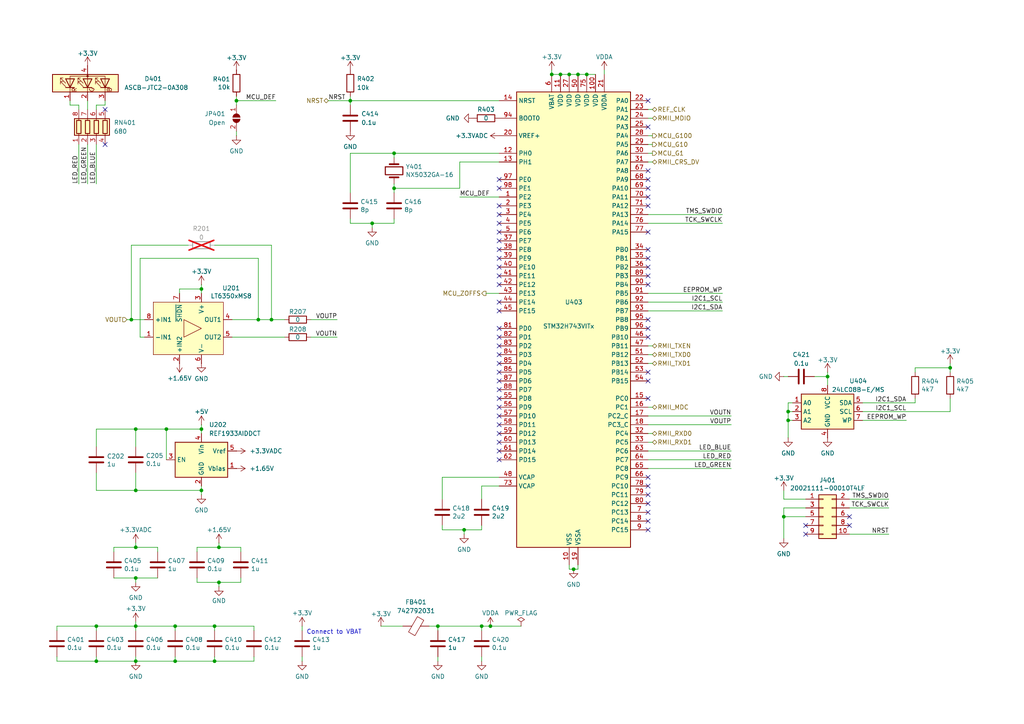
<source format=kicad_sch>
(kicad_sch (version 20231120) (generator "eeschema") (generator_version "8.0")
  (paper "A4")
  (junction (at 74.93 92.71))
  (junction (at 63.5 158.75))
  (junction (at 39.37 181.61))
  (junction (at 50.8 191.77))
  (junction (at 167.64 21.59))
  (junction (at 228.6 119.38))
  (junction (at 139.7 181.61))
  (junction (at 39.37 142.24))
  (junction (at 58.42 142.24))
  (junction (at 39.37 124.46))
  (junction (at 101.6 29.21))
  (junction (at 170.18 21.59))
  (junction (at 228.6 121.92))
  (junction (at 166.37 165.1))
  (junction (at 27.94 191.77))
  (junction (at 134.62 153.67))
  (junction (at 142.24 181.61))
  (junction (at 107.95 64.77))
  (junction (at 162.56 21.59))
  (junction (at 78.74 92.71))
  (junction (at 275.59 106.68))
  (junction (at 63.5 168.91))
  (junction (at 114.3 54.61))
  (junction (at 227.33 149.86))
  (junction (at 39.37 191.77))
  (junction (at 127 181.61))
  (junction (at 50.8 181.61))
  (junction (at 27.94 181.61))
  (junction (at 114.3 44.45))
  (junction (at 240.03 109.22))
  (junction (at 58.42 124.46))
  (junction (at 39.37 167.64))
  (junction (at 62.23 181.61))
  (junction (at 39.37 158.75))
  (junction (at 160.02 21.59))
  (junction (at 62.23 191.77))
  (junction (at 68.58 29.21))
  (junction (at 38.1 92.71))
  (junction (at 165.1 21.59))
  (junction (at 58.42 83.82))
  (junction (at 48.26 124.46))
  (no_connect (at 144.78 62.23))
  (no_connect (at 187.96 57.15))
  (no_connect (at 144.78 105.41))
  (no_connect (at 187.96 74.93))
  (no_connect (at 144.78 102.87))
  (no_connect (at 144.78 115.57))
  (no_connect (at 187.96 59.69))
  (no_connect (at 144.78 100.33))
  (no_connect (at 144.78 69.85))
  (no_connect (at 246.38 152.4))
  (no_connect (at 187.96 107.95))
  (no_connect (at 144.78 77.47))
  (no_connect (at 144.78 118.11))
  (no_connect (at 187.96 110.49))
  (no_connect (at 144.78 125.73))
  (no_connect (at 233.68 154.94))
  (no_connect (at 187.96 146.05))
  (no_connect (at 187.96 92.71))
  (no_connect (at 144.78 59.69))
  (no_connect (at 187.96 49.53))
  (no_connect (at 144.78 87.63))
  (no_connect (at 144.78 80.01))
  (no_connect (at 187.96 80.01))
  (no_connect (at 144.78 95.25))
  (no_connect (at 144.78 110.49))
  (no_connect (at 144.78 64.77))
  (no_connect (at 144.78 113.03))
  (no_connect (at 187.96 54.61))
  (no_connect (at 144.78 97.79))
  (no_connect (at 144.78 90.17))
  (no_connect (at 187.96 138.43))
  (no_connect (at 144.78 130.81))
  (no_connect (at 187.96 143.51))
  (no_connect (at 187.96 148.59))
  (no_connect (at 187.96 115.57))
  (no_connect (at 187.96 36.83))
  (no_connect (at 187.96 52.07))
  (no_connect (at 187.96 67.31))
  (no_connect (at 144.78 52.07))
  (no_connect (at 144.78 107.95))
  (no_connect (at 30.48 41.91))
  (no_connect (at 144.78 72.39))
  (no_connect (at 187.96 151.13))
  (no_connect (at 144.78 82.55))
  (no_connect (at 246.38 149.86))
  (no_connect (at 187.96 77.47))
  (no_connect (at 187.96 29.21))
  (no_connect (at 30.48 31.75))
  (no_connect (at 187.96 153.67))
  (no_connect (at 187.96 72.39))
  (no_connect (at 187.96 95.25))
  (no_connect (at 144.78 128.27))
  (no_connect (at 187.96 140.97))
  (no_connect (at 144.78 120.65))
  (no_connect (at 144.78 54.61))
  (no_connect (at 144.78 133.35))
  (no_connect (at 144.78 67.31))
  (no_connect (at 187.96 82.55))
  (no_connect (at 144.78 74.93))
  (no_connect (at 187.96 97.79))
  (no_connect (at 144.78 123.19))
  (no_connect (at 233.68 152.4))
  (wire (pts (xy 39.37 190.5) (xy 39.37 191.77)))
  (wire (pts (xy 63.5 157.48) (xy 63.5 158.75)))
  (wire (pts (xy 50.8 181.61) (xy 39.37 181.61)))
  (wire (pts (xy 63.5 168.91) (xy 63.5 170.18)))
  (wire (pts (xy 162.56 21.59) (xy 165.1 21.59)))
  (wire (pts (xy 265.43 107.95) (xy 265.43 106.68)))
  (wire (pts (xy 25.4 29.21) (xy 25.4 31.75)))
  (wire (pts (xy 165.1 165.1) (xy 166.37 165.1)))
  (wire (pts (xy 62.23 71.12) (xy 78.74 71.12)))
  (wire (pts (xy 101.6 29.21) (xy 144.78 29.21)))
  (wire (pts (xy 39.37 181.61) (xy 27.94 181.61)))
  (wire (pts (xy 189.23 44.45) (xy 187.96 44.45)))
  (wire (pts (xy 58.42 142.24) (xy 58.42 143.51)))
  (wire (pts (xy 40.64 74.93) (xy 74.93 74.93)))
  (wire (pts (xy 57.15 158.75) (xy 63.5 158.75)))
  (wire (pts (xy 68.58 30.48) (xy 68.58 29.21)))
  (wire (pts (xy 45.72 158.75) (xy 39.37 158.75)))
  (wire (pts (xy 187.96 46.99) (xy 189.23 46.99)))
  (wire (pts (xy 240.03 109.22) (xy 240.03 111.76)))
  (wire (pts (xy 187.96 133.35) (xy 212.09 133.35)))
  (wire (pts (xy 39.37 157.48) (xy 39.37 158.75)))
  (wire (pts (xy 165.1 163.83) (xy 165.1 165.1)))
  (wire (pts (xy 58.42 140.97) (xy 58.42 142.24)))
  (wire (pts (xy 228.6 127) (xy 228.6 121.92)))
  (wire (pts (xy 52.07 83.82) (xy 52.07 85.09)))
  (wire (pts (xy 74.93 74.93) (xy 74.93 92.71)))
  (wire (pts (xy 27.94 181.61) (xy 16.51 181.61)))
  (wire (pts (xy 50.8 191.77) (xy 62.23 191.77)))
  (wire (pts (xy 74.93 92.71) (xy 78.74 92.71)))
  (wire (pts (xy 58.42 123.19) (xy 58.42 124.46)))
  (wire (pts (xy 139.7 140.97) (xy 144.78 140.97)))
  (wire (pts (xy 58.42 85.09) (xy 58.42 83.82)))
  (wire (pts (xy 41.91 97.79) (xy 40.64 97.79)))
  (wire (pts (xy 39.37 158.75) (xy 33.02 158.75)))
  (wire (pts (xy 233.68 149.86) (xy 227.33 149.86)))
  (wire (pts (xy 87.63 181.61) (xy 87.63 182.88)))
  (wire (pts (xy 38.1 92.71) (xy 38.1 71.12)))
  (wire (pts (xy 187.96 118.11) (xy 189.23 118.11)))
  (wire (pts (xy 67.31 97.79) (xy 82.55 97.79)))
  (wire (pts (xy 62.23 181.61) (xy 73.66 181.61)))
  (wire (pts (xy 30.48 30.48) (xy 27.94 30.48)))
  (wire (pts (xy 187.96 125.73) (xy 189.23 125.73)))
  (wire (pts (xy 250.19 116.84) (xy 265.43 116.84)))
  (wire (pts (xy 27.94 30.48) (xy 27.94 31.75)))
  (wire (pts (xy 139.7 181.61) (xy 139.7 182.88)))
  (wire (pts (xy 69.85 167.64) (xy 69.85 168.91)))
  (wire (pts (xy 78.74 92.71) (xy 82.55 92.71)))
  (wire (pts (xy 134.62 153.67) (xy 139.7 153.67)))
  (wire (pts (xy 250.19 121.92) (xy 262.89 121.92)))
  (wire (pts (xy 114.3 64.77) (xy 114.3 63.5)))
  (wire (pts (xy 275.59 105.41) (xy 275.59 106.68)))
  (wire (pts (xy 107.95 64.77) (xy 114.3 64.77)))
  (wire (pts (xy 189.23 41.91) (xy 187.96 41.91)))
  (wire (pts (xy 22.86 41.91) (xy 22.86 53.34)))
  (wire (pts (xy 39.37 137.16) (xy 39.37 142.24)))
  (wire (pts (xy 187.96 34.29) (xy 189.23 34.29)))
  (wire (pts (xy 227.33 149.86) (xy 227.33 147.32)))
  (wire (pts (xy 189.23 39.37) (xy 187.96 39.37)))
  (wire (pts (xy 38.1 92.71) (xy 41.91 92.71)))
  (wire (pts (xy 236.22 109.22) (xy 240.03 109.22)))
  (wire (pts (xy 187.96 100.33) (xy 189.23 100.33)))
  (wire (pts (xy 140.97 85.09) (xy 144.78 85.09)))
  (wire (pts (xy 187.96 105.41) (xy 189.23 105.41)))
  (wire (pts (xy 58.42 83.82) (xy 52.07 83.82)))
  (wire (pts (xy 33.02 158.75) (xy 33.02 160.02)))
  (wire (pts (xy 114.3 44.45) (xy 101.6 44.45)))
  (wire (pts (xy 57.15 167.64) (xy 57.15 168.91)))
  (wire (pts (xy 187.96 128.27) (xy 189.23 128.27)))
  (wire (pts (xy 110.49 181.61) (xy 116.84 181.61)))
  (wire (pts (xy 139.7 181.61) (xy 142.24 181.61)))
  (wire (pts (xy 57.15 168.91) (xy 63.5 168.91)))
  (wire (pts (xy 189.23 102.87) (xy 187.96 102.87)))
  (wire (pts (xy 139.7 140.97) (xy 139.7 144.78)))
  (wire (pts (xy 62.23 181.61) (xy 62.23 182.88)))
  (wire (pts (xy 63.5 158.75) (xy 69.85 158.75)))
  (wire (pts (xy 160.02 21.59) (xy 162.56 21.59)))
  (wire (pts (xy 39.37 181.61) (xy 39.37 182.88)))
  (wire (pts (xy 16.51 190.5) (xy 16.51 191.77)))
  (wire (pts (xy 58.42 82.55) (xy 58.42 83.82)))
  (wire (pts (xy 16.51 181.61) (xy 16.51 182.88)))
  (wire (pts (xy 133.35 46.99) (xy 133.35 54.61)))
  (wire (pts (xy 144.78 46.99) (xy 133.35 46.99)))
  (wire (pts (xy 187.96 123.19) (xy 212.09 123.19)))
  (wire (pts (xy 228.6 119.38) (xy 228.6 121.92)))
  (wire (pts (xy 167.64 163.83) (xy 167.64 165.1)))
  (wire (pts (xy 187.96 120.65) (xy 212.09 120.65)))
  (wire (pts (xy 228.6 121.92) (xy 229.87 121.92)))
  (wire (pts (xy 63.5 168.91) (xy 69.85 168.91)))
  (wire (pts (xy 27.94 181.61) (xy 27.94 182.88)))
  (wire (pts (xy 246.38 147.32) (xy 257.81 147.32)))
  (wire (pts (xy 50.8 181.61) (xy 50.8 182.88)))
  (wire (pts (xy 133.35 57.15) (xy 144.78 57.15)))
  (wire (pts (xy 227.33 142.24) (xy 227.33 144.78)))
  (wire (pts (xy 128.27 138.43) (xy 144.78 138.43)))
  (wire (pts (xy 101.6 63.5) (xy 101.6 64.77)))
  (wire (pts (xy 80.01 29.21) (xy 68.58 29.21)))
  (wire (pts (xy 246.38 144.78) (xy 257.81 144.78)))
  (wire (pts (xy 227.33 147.32) (xy 233.68 147.32)))
  (wire (pts (xy 167.64 21.59) (xy 170.18 21.59)))
  (wire (pts (xy 187.96 87.63) (xy 209.55 87.63)))
  (wire (pts (xy 175.26 20.32) (xy 175.26 21.59)))
  (wire (pts (xy 68.58 38.1) (xy 68.58 39.37)))
  (wire (pts (xy 20.32 29.21) (xy 20.32 30.48)))
  (wire (pts (xy 265.43 116.84) (xy 265.43 115.57)))
  (wire (pts (xy 114.3 53.34) (xy 114.3 54.61)))
  (wire (pts (xy 139.7 191.77) (xy 139.7 190.5)))
  (wire (pts (xy 187.96 90.17) (xy 209.55 90.17)))
  (wire (pts (xy 134.62 154.94) (xy 134.62 153.67)))
  (wire (pts (xy 128.27 153.67) (xy 134.62 153.67)))
  (wire (pts (xy 101.6 29.21) (xy 101.6 30.48)))
  (wire (pts (xy 67.31 92.71) (xy 74.93 92.71)))
  (wire (pts (xy 128.27 152.4) (xy 128.27 153.67)))
  (wire (pts (xy 22.86 30.48) (xy 22.86 31.75)))
  (wire (pts (xy 27.94 41.91) (xy 27.94 53.34)))
  (wire (pts (xy 187.96 135.89) (xy 212.09 135.89)))
  (wire (pts (xy 275.59 119.38) (xy 275.59 115.57)))
  (wire (pts (xy 160.02 20.32) (xy 160.02 21.59)))
  (wire (pts (xy 62.23 191.77) (xy 73.66 191.77)))
  (wire (pts (xy 127 181.61) (xy 124.46 181.61)))
  (wire (pts (xy 246.38 154.94) (xy 257.81 154.94)))
  (wire (pts (xy 95.25 29.21) (xy 101.6 29.21)))
  (wire (pts (xy 48.26 124.46) (xy 48.26 133.35)))
  (wire (pts (xy 275.59 106.68) (xy 275.59 107.95)))
  (wire (pts (xy 101.6 64.77) (xy 107.95 64.77)))
  (wire (pts (xy 240.03 107.95) (xy 240.03 109.22)))
  (wire (pts (xy 187.96 31.75) (xy 189.23 31.75)))
  (wire (pts (xy 45.72 158.75) (xy 45.72 160.02)))
  (wire (pts (xy 58.42 124.46) (xy 58.42 125.73)))
  (wire (pts (xy 229.87 119.38) (xy 228.6 119.38)))
  (wire (pts (xy 166.37 165.1) (xy 167.64 165.1)))
  (wire (pts (xy 127 181.61) (xy 127 182.88)))
  (wire (pts (xy 27.94 124.46) (xy 39.37 124.46)))
  (wire (pts (xy 73.66 191.77) (xy 73.66 190.5)))
  (wire (pts (xy 62.23 181.61) (xy 50.8 181.61)))
  (wire (pts (xy 133.35 54.61) (xy 114.3 54.61)))
  (wire (pts (xy 229.87 116.84) (xy 228.6 116.84)))
  (wire (pts (xy 25.4 41.91) (xy 25.4 53.34)))
  (wire (pts (xy 228.6 116.84) (xy 228.6 119.38)))
  (wire (pts (xy 187.96 62.23) (xy 209.55 62.23)))
  (wire (pts (xy 39.37 180.34) (xy 39.37 181.61)))
  (wire (pts (xy 127 181.61) (xy 139.7 181.61)))
  (wire (pts (xy 227.33 144.78) (xy 233.68 144.78)))
  (wire (pts (xy 30.48 29.21) (xy 30.48 30.48)))
  (wire (pts (xy 27.94 142.24) (xy 27.94 137.16)))
  (wire (pts (xy 227.33 109.22) (xy 228.6 109.22)))
  (wire (pts (xy 114.3 45.72) (xy 114.3 44.45)))
  (wire (pts (xy 27.94 190.5) (xy 27.94 191.77)))
  (wire (pts (xy 265.43 106.68) (xy 275.59 106.68)))
  (wire (pts (xy 62.23 191.77) (xy 62.23 190.5)))
  (wire (pts (xy 68.58 29.21) (xy 68.58 27.94)))
  (wire (pts (xy 38.1 71.12) (xy 54.61 71.12)))
  (wire (pts (xy 187.96 130.81) (xy 212.09 130.81)))
  (wire (pts (xy 36.83 92.71) (xy 38.1 92.71)))
  (wire (pts (xy 16.51 191.77) (xy 27.94 191.77)))
  (wire (pts (xy 39.37 142.24) (xy 27.94 142.24)))
  (wire (pts (xy 127 191.77) (xy 127 190.5)))
  (wire (pts (xy 114.3 44.45) (xy 144.78 44.45)))
  (wire (pts (xy 50.8 190.5) (xy 50.8 191.77)))
  (wire (pts (xy 165.1 21.59) (xy 167.64 21.59)))
  (wire (pts (xy 250.19 119.38) (xy 275.59 119.38)))
  (wire (pts (xy 57.15 158.75) (xy 57.15 160.02)))
  (wire (pts (xy 39.37 124.46) (xy 48.26 124.46)))
  (wire (pts (xy 101.6 44.45) (xy 101.6 55.88)))
  (wire (pts (xy 73.66 182.88) (xy 73.66 181.61)))
  (wire (pts (xy 27.94 191.77) (xy 39.37 191.77)))
  (wire (pts (xy 139.7 153.67) (xy 139.7 152.4)))
  (wire (pts (xy 33.02 167.64) (xy 39.37 167.64)))
  (wire (pts (xy 39.37 191.77) (xy 50.8 191.77)))
  (wire (pts (xy 87.63 190.5) (xy 87.63 191.77)))
  (wire (pts (xy 27.94 129.54) (xy 27.94 124.46)))
  (wire (pts (xy 39.37 167.64) (xy 45.72 167.64)))
  (wire (pts (xy 90.17 97.79) (xy 97.79 97.79)))
  (wire (pts (xy 128.27 138.43) (xy 128.27 144.78)))
  (wire (pts (xy 40.64 97.79) (xy 40.64 74.93)))
  (wire (pts (xy 20.32 30.48) (xy 22.86 30.48)))
  (wire (pts (xy 170.18 21.59) (xy 172.72 21.59)))
  (wire (pts (xy 58.42 142.24) (xy 39.37 142.24)))
  (wire (pts (xy 114.3 54.61) (xy 114.3 55.88)))
  (wire (pts (xy 48.26 124.46) (xy 58.42 124.46)))
  (wire (pts (xy 187.96 85.09) (xy 209.55 85.09)))
  (wire (pts (xy 90.17 92.71) (xy 97.79 92.71)))
  (wire (pts (xy 78.74 71.12) (xy 78.74 92.71)))
  (wire (pts (xy 39.37 124.46) (xy 39.37 129.54)))
  (wire (pts (xy 69.85 158.75) (xy 69.85 160.02)))
  (wire (pts (xy 107.95 66.04) (xy 107.95 64.77)))
  (wire (pts (xy 227.33 156.21) (xy 227.33 149.86)))
  (wire (pts (xy 142.24 181.61) (xy 151.13 181.61)))
  (wire (pts (xy 39.37 167.64) (xy 39.37 168.91)))
  (wire (pts (xy 187.96 64.77) (xy 209.55 64.77)))
  (wire (pts (xy 101.6 27.94) (xy 101.6 29.21)))
  (text "Connect to VBAT" (at 88.9 184.15 0) (effects (font (size 1.27 1.27)) (justify left bottom)))
  (label "MCU_DEF" (at 133.35 57.15 0))
  (label "VOUTN" (at 97.79 97.79 180))
  (label "MCU_DEF" (at 80.01 29.21 180))
  (label "I2C1_SDA" (at 209.55 90.17 180))
  (label "LED_RED" (at 22.86 53.34 90))
  (label "TCK_SWCLK" (at 209.55 64.77 180))
  (label "I2C1_SDA" (at 262.89 116.84 180))
  (label "LED_BLUE" (at 212.09 130.81 180))
  (label "TCK_SWCLK" (at 257.81 147.32 180))
  (label "VOUTP" (at 212.09 123.19 180))
  (label "I2C1_SCL" (at 262.89 119.38 180))
  (label "EEPROM_WP" (at 262.89 121.92 180))
  (label "LED_GREEN" (at 25.4 53.34 90))
  (label "LED_GREEN" (at 212.09 135.89 180))
  (label "LED_RED" (at 212.09 133.35 180))
  (label "LED_BLUE" (at 27.94 53.34 90))
  (label "VOUTN" (at 212.09 120.65 180))
  (label "I2C1_SCL" (at 209.55 87.63 180))
  (label "EEPROM_WP" (at 209.55 85.09 180))
  (label "NRST" (at 257.81 154.94 180))
  (label "TMS_SWDIO" (at 209.55 62.23 180))
  (label "TMS_SWDIO" (at 257.81 144.78 180))
  (label "NRST" (at 95.25 29.21 0))
  (label "VOUTP" (at 97.79 92.71 180))
  (hierarchical_label "RMII_MDC" (shape bidirectional) (at 189.23 118.11 0))
  (hierarchical_label "MCU_G1" (shape output) (at 189.23 44.45 0))
  (hierarchical_label "RMII_MDIO" (shape bidirectional) (at 189.23 34.29 0))
  (hierarchical_label "RMII_TXD1" (shape bidirectional) (at 189.23 105.41 0))
  (hierarchical_label "REF_CLK" (shape bidirectional) (at 189.23 31.75 0))
  (hierarchical_label "RMII_TXEN" (shape bidirectional) (at 189.23 100.33 0))
  (hierarchical_label "RMII_TXD0" (shape bidirectional) (at 189.23 102.87 0))
  (hierarchical_label "NRST" (shape bidirectional) (at 95.25 29.21 180))
  (hierarchical_label "MCU_G10" (shape output) (at 189.23 41.91 0))
  (hierarchical_label "MCU_ZOFFS" (shape output) (at 140.97 85.09 180))
  (hierarchical_label "RMII_CRS_DV" (shape bidirectional) (at 189.23 46.99 0))
  (hierarchical_label "MCU_G100" (shape output) (at 189.23 39.37 0))
  (hierarchical_label "VOUT" (shape input) (at 36.83 92.71 180))
  (hierarchical_label "RMII_RXD0" (shape bidirectional) (at 189.23 125.73 0))
  (hierarchical_label "RMII_RXD1" (shape bidirectional) (at 189.23 128.27 0))
  (symbol (lib_id "power:VDDA") (at 175.26 20.32 0) (unit 1)
    (property "Reference" "#PWR0431" (effects (hide yes)))
    (property "Value" "VDDA" (at 175.26 16.51 0))
    (property "Description" "Power symbol creates a global label with name \"VDDA\"" (effects (hide yes)))
    (instances (project "ETH1HMSR-SMS" (path "" (reference "#PWR0431") (unit 1))) (project "ETH1ACPL-C79x" (path "" (reference "#PWR0231") (unit 1))) (project "ETH1IRCAM1" (path "" (reference "#PWR0418") (unit 1))))
  )
  (symbol (lib_id "power:GND") (at 58.42 105.41 0) (unit 1)
    (property "Reference" "#PWR0208" (effects (hide yes)))
    (property "Value" "GND" (at 58.42 109.855 0))
    (property "Description" "Power symbol creates a global label with name \"GND\" , ground" (effects (hide yes)))
  )
  (symbol (lib_id "power:+3.3V") (at 58.42 82.55 0) (unit 1)
    (property "Reference" "#PWR0207" (effects (hide yes)))
    (property "Value" "+3.3V" (at 58.42 78.74 0))
    (property "Description" "Power symbol creates a global label with name \"+3.3V\"" (effects (hide yes)))
  )
  (symbol (lib_id "LED:ASMB-MTB1-0A3A2") (at 25.4 24.13 90) (unit 1)
    (property "Reference" "D401" (at 46.99 22.86 90) (effects (justify left)))
    (property "Value" "ASCB-JTC2-0A308" (at 54.61 25.4 90) (effects (justify left)))
    (property "Footprint" "LED_SMD:LED_Avago_PLCC4_3.2x2.8mm_CW" (effects (hide yes)))
    (property "Datasheet" "https://docs.broadcom.com/docs/AV02-4194EN" (effects (hide yes)))
    (instances (project "ETH1HMSR-SMS" (path "" (reference "D401") (unit 1))) (project "ETH1ACPL-C79x" (path "" (reference "D201") (unit 1))) (project "ETH1IRCAM1" (path "" (reference "D401") (unit 1))))
  )
  (symbol (lib_id "Device:C") (at 16.51 186.69 0) (unit 1)
    (property "Reference" "C401" (at 19.431 185.5216 0) (effects (justify left)))
    (property "Value" "0.1u" (at 19.431 187.833 0) (effects (justify left)))
    (property "Footprint" "Capacitor_SMD:C_0603_1608Metric_Pad1.08x0.95mm_HandSolder" (effects (hide yes)))
    (instances (project "ETH1HMSR-SMS" (path "" (reference "C401") (unit 1))) (project "ETH1ACPL-C79x" (path "" (reference "C201") (unit 1))) (project "ETH1IRCAM1" (path "" (reference "C401") (unit 1))))
  )
  (symbol (lib_id "power:GND") (at 228.6 127 0) (unit 1)
    (property "Reference" "#PWR0435" (effects (hide yes)))
    (property "Value" "GND" (at 228.6 131.445 0))
    (property "Description" "Power symbol creates a global label with name \"GND\" , ground" (effects (hide yes)))
    (instances (project "ETH1HMSR-SMS" (path "" (reference "#PWR0435") (unit 1))) (project "ETH1ACPL-C79x" (path "" (reference "#PWR0235") (unit 1))) (project "ETH1IRCAM1" (path "" (reference "#PWR0424") (unit 1))))
  )
  (symbol (lib_id "ETH1ACPL-C79x:LT6350xMS8") (at 54.61 95.25 0) (unit 1)
    (property "Reference" "U201" (at 67.056 83.566 0))
    (property "Value" "LT6350xMS8" (at 67.056 85.852 0))
    (property "Footprint" "Package_SO:MSOP-8_3x3mm_P0.65mm" (effects (hide yes)))
    (property "Datasheet" "https://www.analog.com/media/en/technical-documentation/data-sheets/6350fc.pdf" (effects (hide yes)))
  )
  (symbol (lib_id "power:GND") (at 139.7 191.77 0) (unit 1)
    (property "Reference" "#PWR0426" (effects (hide yes)))
    (property "Value" "GND" (at 139.7 196.215 0))
    (property "Description" "Power symbol creates a global label with name \"GND\" , ground" (effects (hide yes)))
    (instances (project "ETH1HMSR-SMS" (path "" (reference "#PWR0426") (unit 1))) (project "ETH1ACPL-C79x" (path "" (reference "#PWR0226") (unit 1))) (project "ETH1IRCAM1" (path "" (reference "#PWR0413") (unit 1))))
  )
  (symbol (lib_id "Device:Crystal") (at 114.3 49.53 270) (unit 1)
    (property "Reference" "Y401" (at 117.6274 48.3616 90) (effects (justify left)))
    (property "Value" "NX5032GA-16" (at 117.6274 50.673 90) (effects (justify left)))
    (property "Footprint" "ETH1ACPL-C79x:NX5032GA" (effects (hide yes)))
    (instances (project "ETH1HMSR-SMS" (path "" (reference "Y401") (unit 1))) (project "ETH1ACPL-C79x" (path "" (reference "Y201") (unit 1))) (project "ETH1IRCAM1" (path "" (reference "Y401") (unit 1))))
  )
  (symbol (lib_id "ETH1ACPL-C79x:+1.65V") (at 68.58 135.89 270) (unit 1)
    (property "Reference" "#PWR0216" (effects (hide yes)))
    (property "Value" "+1.65V" (at 72.39 135.8899 90) (effects (justify left)))
    (property "Description" "Power symbol creates a global label with name \"+1.65V\"" (effects (hide yes)))
  )
  (symbol (lib_id "Device:FerriteBead") (at 120.65 181.61 270) (unit 1)
    (property "Reference" "FB401" (at 120.65 174.625 90))
    (property "Value" "742792031" (at 120.65 177.165 90))
    (property "Footprint" "Inductor_SMD:L_0805_2012Metric_Pad1.05x1.20mm_HandSolder" (effects (hide yes)))
    (instances (project "ETH1HMSR-SMS" (path "" (reference "FB401") (unit 1))) (project "ETH1ACPL-C79x" (path "" (reference "FB201") (unit 1))) (project "ETH1IRCAM1" (path "" (reference "FB401") (unit 1))))
  )
  (symbol (lib_id "power:+3.3VADC") (at 68.58 130.81 270) (unit 1)
    (property "Reference" "#PWR0215" (effects (hide yes)))
    (property "Value" "+3.3VADC" (at 72.39 130.8099 90) (effects (justify left)))
    (property "Description" "Power symbol creates a global label with name \"+3.3VADC\"" (effects (hide yes)))
  )
  (symbol (lib_id "Device:C") (at 139.7 148.59 0) (unit 1)
    (property "Reference" "C419" (at 142.621 147.4216 0) (effects (justify left)))
    (property "Value" "2u2" (at 142.621 149.733 0) (effects (justify left)))
    (property "Footprint" "Capacitor_SMD:C_0603_1608Metric_Pad1.08x0.95mm_HandSolder" (effects (hide yes)))
    (instances (project "ETH1HMSR-SMS" (path "" (reference "C419") (unit 1))) (project "ETH1ACPL-C79x" (path "" (reference "C219") (unit 1))) (project "ETH1IRCAM1" (path "" (reference "C412") (unit 1))))
  )
  (symbol (lib_id "power:GND") (at 137.16 34.29 270) (unit 1)
    (property "Reference" "#PWR0425" (effects (hide yes)))
    (property "Value" "GND" (at 133.35 34.29 90) (effects (justify right)))
    (property "Description" "Power symbol creates a global label with name \"GND\" , ground" (effects (hide yes)))
    (instances (project "ETH1HMSR-SMS" (path "" (reference "#PWR0425") (unit 1))) (project "ETH1ACPL-C79x" (path "" (reference "#PWR0225") (unit 1))) (project "ETH1IRCAM1" (path "" (reference "#PWR0412") (unit 1))))
  )
  (symbol (lib_id "Device:C") (at 39.37 186.69 0) (unit 1)
    (property "Reference" "C406" (at 42.291 185.5216 0) (effects (justify left)))
    (property "Value" "0.1u" (at 42.291 187.833 0) (effects (justify left)))
    (property "Footprint" "Capacitor_SMD:C_0603_1608Metric_Pad1.08x0.95mm_HandSolder" (effects (hide yes)))
    (instances (project "ETH1HMSR-SMS" (path "" (reference "C406") (unit 1))) (project "ETH1ACPL-C79x" (path "" (reference "C206") (unit 1))) (project "ETH1IRCAM1" (path "" (reference "C403") (unit 1))))
  )
  (symbol (lib_id "power:GND") (at 39.37 191.77 0) (unit 1)
    (property "Reference" "#PWR0405" (effects (hide yes)))
    (property "Value" "GND" (at 39.37 196.215 0))
    (property "Description" "Power symbol creates a global label with name \"GND\" , ground" (effects (hide yes)))
    (instances (project "ETH1HMSR-SMS" (path "" (reference "#PWR0405") (unit 1))) (project "ETH1ACPL-C79x" (path "" (reference "#PWR0205") (unit 1))) (project "ETH1IRCAM1" (path "" (reference "#PWR0402") (unit 1))))
  )
  (symbol (lib_id "power:GND") (at 134.62 154.94 0) (unit 1)
    (property "Reference" "#PWR0424" (effects (hide yes)))
    (property "Value" "GND" (at 134.62 159.385 0))
    (property "Description" "Power symbol creates a global label with name \"GND\" , ground" (effects (hide yes)))
    (instances (project "ETH1HMSR-SMS" (path "" (reference "#PWR0424") (unit 1))) (project "ETH1ACPL-C79x" (path "" (reference "#PWR0224") (unit 1))) (project "ETH1IRCAM1" (path "" (reference "#PWR0411") (unit 1))))
  )
  (symbol (lib_id "power:PWR_FLAG") (at 151.13 181.61 0) (unit 1)
    (property "Reference" "#FLG0401" (effects (hide yes)))
    (property "Value" "PWR_FLAG" (at 151.13 177.8 0))
    (property "Description" "Special symbol for telling ERC where power comes from" (effects (hide yes)))
    (instances (project "ETH1HMSR-SMS" (path "" (reference "#FLG0401") (unit 1))) (project "ETH1ACPL-C79x" (path "" (reference "#FLG0201") (unit 1))) (project "ETH1IRCAM1" (path "" (reference "#FLG0401") (unit 1))))
  )
  (symbol (lib_id "power:GND") (at 240.03 127 0) (unit 1)
    (property "Reference" "#PWR0437" (effects (hide yes)))
    (property "Value" "GND" (at 240.03 131.445 0))
    (property "Description" "Power symbol creates a global label with name \"GND\" , ground" (effects (hide yes)))
    (instances (project "ETH1HMSR-SMS" (path "" (reference "#PWR0437") (unit 1))) (project "ETH1ACPL-C79x" (path "" (reference "#PWR0237") (unit 1))) (project "ETH1IRCAM1" (path "" (reference "#PWR0426") (unit 1))))
  )
  (symbol (lib_id "power:+3.3V") (at 101.6 20.32 0) (mirror y) (unit 1)
    (property "Reference" "#PWR0419" (effects (hide yes)))
    (property "Value" "+3.3V" (at 101.6 16.764 0))
    (property "Description" "Power symbol creates a global label with name \"+3.3V\"" (effects (hide yes)))
    (instances (project "ETH1HMSR-SMS" (path "" (reference "#PWR0419") (unit 1))) (project "ETH1ACPL-C79x" (path "" (reference "#PWR0219") (unit 1))) (project "ETH1IRCAM1" (path "" (reference "#PWR0408") (unit 1))))
  )
  (symbol (lib_id "power:GND") (at 101.6 38.1 0) (unit 1)
    (property "Reference" "#PWR0420" (effects (hide yes)))
    (property "Value" "GND" (at 101.6 42.545 0))
    (property "Description" "Power symbol creates a global label with name \"GND\" , ground" (effects (hide yes)))
    (instances (project "ETH1HMSR-SMS" (path "" (reference "#PWR0420") (unit 1))) (project "ETH1ACPL-C79x" (path "" (reference "#PWR0220") (unit 1))) (project "ETH1IRCAM1" (path "" (reference "#PWR0409") (unit 1))))
  )
  (symbol (lib_id "power:+3.3V") (at 25.4 19.05 0) (unit 1)
    (property "Reference" "#PWR0401" (effects (hide yes)))
    (property "Value" "+3.3V" (at 25.4 15.494 0))
    (property "Description" "Power symbol creates a global label with name \"+3.3V\"" (effects (hide yes)))
    (instances (project "ETH1HMSR-SMS" (path "" (reference "#PWR0401") (unit 1))) (project "ETH1ACPL-C79x" (path "" (reference "#PWR0201") (unit 1))) (project "ETH1IRCAM1" (path "" (reference "#PWR0403") (unit 1))))
  )
  (symbol (lib_id "power:VDDA") (at 142.24 181.61 0) (unit 1)
    (property "Reference" "#PWR0427" (effects (hide yes)))
    (property "Value" "VDDA" (at 142.24 177.8 0))
    (property "Description" "Power symbol creates a global label with name \"VDDA\"" (effects (hide yes)))
    (instances (project "ETH1HMSR-SMS" (path "" (reference "#PWR0427") (unit 1))) (project "ETH1ACPL-C79x" (path "" (reference "#PWR0227") (unit 1))) (project "ETH1IRCAM1" (path "" (reference "#PWR0414") (unit 1))))
  )
  (symbol (lib_id "Device:R") (at 140.97 34.29 90) (unit 1)
    (property "Reference" "R403" (at 140.97 31.75 90))
    (property "Value" "0" (at 140.97 34.29 90))
    (property "Footprint" "Resistor_SMD:R_0603_1608Metric_Pad0.98x0.95mm_HandSolder" (effects (hide yes)))
    (instances (project "ETH1HMSR-SMS" (path "" (reference "R403") (unit 1))) (project "ETH1ACPL-C79x" (path "" (reference "R204") (unit 1))) (project "ETH1IRCAM1" (path "" (reference "R402") (unit 1))))
  )
  (symbol (lib_id "Device:C") (at 73.66 186.69 0) (unit 1)
    (property "Reference" "C412" (at 76.581 185.5216 0) (effects (justify left)))
    (property "Value" "0.1u" (at 76.581 187.833 0) (effects (justify left)))
    (property "Footprint" "Capacitor_SMD:C_0603_1608Metric_Pad1.08x0.95mm_HandSolder" (effects (hide yes)))
    (instances (project "ETH1HMSR-SMS" (path "" (reference "C412") (unit 1))) (project "ETH1ACPL-C79x" (path "" (reference "C212") (unit 1))))
  )
  (symbol (lib_id "power:+3.3VADC") (at 144.78 39.37 90) (unit 1)
    (property "Reference" "#PWR0428" (effects (hide yes)))
    (property "Value" "+3.3VADC" (at 141.605 39.37 90) (effects (justify left)))
    (property "Description" "Power symbol creates a global label with name \"+3.3VADC\"" (effects (hide yes)))
    (instances (project "ETH1HMSR-SMS" (path "" (reference "#PWR0428") (unit 1))) (project "ETH1ACPL-C79x" (path "" (reference "#PWR0228") (unit 1))))
  )
  (symbol (lib_id "power:+3.3V") (at 275.59 105.41 0) (unit 1)
    (property "Reference" "#PWR0438" (effects (hide yes)))
    (property "Value" "+3.3V" (at 275.59 101.854 0))
    (property "Description" "Power symbol creates a global label with name \"+3.3V\"" (effects (hide yes)))
    (instances (project "ETH1HMSR-SMS" (path "" (reference "#PWR0438") (unit 1))) (project "ETH1ACPL-C79x" (path "" (reference "#PWR0238") (unit 1))) (project "ETH1IRCAM1" (path "" (reference "#PWR0427") (unit 1))))
  )
  (symbol (lib_id "Device:C") (at 33.02 163.83 0) (unit 1)
    (property "Reference" "C405" (at 35.941 162.6616 0) (effects (justify left)))
    (property "Value" "0.1u" (at 35.941 164.973 0) (effects (justify left)))
    (property "Footprint" "Capacitor_SMD:C_0603_1608Metric_Pad1.08x0.95mm_HandSolder" (effects (hide yes)))
    (instances (project "ETH1HMSR-SMS" (path "" (reference "C405") (unit 1))) (project "ETH1ACPL-C79x" (path "" (reference "C204") (unit 1))) (project "ETH1IRCAM1" (path "" (reference "C410") (unit 1))))
  )
  (symbol (lib_id "power:GND") (at 166.37 165.1 0) (unit 1)
    (property "Reference" "#PWR0430" (effects (hide yes)))
    (property "Value" "GND" (at 166.37 169.545 0))
    (property "Description" "Power symbol creates a global label with name \"GND\" , ground" (effects (hide yes)))
    (instances (project "ETH1HMSR-SMS" (path "" (reference "#PWR0430") (unit 1))) (project "ETH1ACPL-C79x" (path "" (reference "#PWR0230") (unit 1))) (project "ETH1IRCAM1" (path "" (reference "#PWR0417") (unit 1))))
  )
  (symbol (lib_id "Device:C") (at 45.72 163.83 0) (unit 1)
    (property "Reference" "C407" (at 48.641 162.6616 0) (effects (justify left)))
    (property "Value" "1u" (at 48.641 164.973 0) (effects (justify left)))
    (property "Footprint" "Capacitor_SMD:C_0603_1608Metric_Pad1.08x0.95mm_HandSolder" (effects (hide yes)))
    (instances (project "ETH1HMSR-SMS" (path "" (reference "C407") (unit 1))) (project "ETH1ACPL-C79x" (path "" (reference "C207") (unit 1))) (project "ETH1IRCAM1" (path "" (reference "C410") (unit 1))))
  )
  (symbol (lib_id "Device:C") (at 69.85 163.83 0) (unit 1)
    (property "Reference" "C411" (at 72.771 162.6616 0) (effects (justify left)))
    (property "Value" "1u" (at 72.771 164.973 0) (effects (justify left)))
    (property "Footprint" "Capacitor_SMD:C_0603_1608Metric_Pad1.08x0.95mm_HandSolder" (effects (hide yes)))
    (instances (project "ETH1HMSR-SMS" (path "" (reference "C411") (unit 1))) (project "ETH1ACPL-C79x" (path "" (reference "C211") (unit 1))))
  )
  (symbol (lib_id "Device:R") (at 265.43 111.76 0) (unit 1)
    (property "Reference" "R404" (at 267.208 110.5916 0) (effects (justify left)))
    (property "Value" "4k7" (at 267.208 112.903 0) (effects (justify left)))
    (property "Footprint" "Resistor_SMD:R_0603_1608Metric_Pad0.98x0.95mm_HandSolder" (effects (hide yes)))
    (instances (project "ETH1HMSR-SMS" (path "" (reference "R404") (unit 1))) (project "ETH1ACPL-C79x" (path "" (reference "R205") (unit 1))) (project "ETH1IRCAM1" (path "" (reference "R404") (unit 1))))
  )
  (symbol (lib_id "Device:R") (at 86.36 92.71 90) (unit 1)
    (property "Reference" "R207" (at 86.36 90.424 90))
    (property "Value" "0" (at 86.36 92.71 90))
    (property "Footprint" "Resistor_SMD:R_0603_1608Metric_Pad0.98x0.95mm_HandSolder" (effects (hide yes)))
    (property "Description" "Resistor" (effects (hide yes)))
  )
  (symbol (lib_id "power:GND") (at 58.42 143.51 0) (unit 1)
    (property "Reference" "#PWR0210" (effects (hide yes)))
    (property "Value" "GND" (at 58.42 147.955 0))
    (property "Description" "Power symbol creates a global label with name \"GND\" , ground" (effects (hide yes)))
  )
  (symbol (lib_id "power:+3.3V") (at 160.02 20.32 0) (unit 1)
    (property "Reference" "#PWR0429" (effects (hide yes)))
    (property "Value" "+3.3V" (at 160.02 16.51 0))
    (property "Description" "Power symbol creates a global label with name \"+3.3V\"" (effects (hide yes)))
    (instances (project "ETH1HMSR-SMS" (path "" (reference "#PWR0429") (unit 1))) (project "ETH1ACPL-C79x" (path "" (reference "#PWR0229") (unit 1))) (project "ETH1IRCAM1" (path "" (reference "#PWR0416") (unit 1))))
  )
  (symbol (lib_id "power:GND") (at 63.5 170.18 0) (unit 1)
    (property "Reference" "#PWR0414" (effects (hide yes)))
    (property "Value" "GND" (at 63.5 174.244 0))
    (property "Description" "Power symbol creates a global label with name \"GND\" , ground" (effects (hide yes)))
    (instances (project "ETH1HMSR-SMS" (path "" (reference "#PWR0414") (unit 1))) (project "ETH1ACPL-C79x" (path "" (reference "#PWR0212") (unit 1))))
  )
  (symbol (lib_id "power:GND") (at 127 191.77 0) (unit 1)
    (property "Reference" "#PWR0423" (effects (hide yes)))
    (property "Value" "GND" (at 127 196.215 0))
    (property "Description" "Power symbol creates a global label with name \"GND\" , ground" (effects (hide yes)))
    (instances (project "ETH1HMSR-SMS" (path "" (reference "#PWR0423") (unit 1))) (project "ETH1ACPL-C79x" (path "" (reference "#PWR0223") (unit 1))) (project "ETH1IRCAM1" (path "" (reference "#PWR0410") (unit 1))))
  )
  (symbol (lib_id "Device:C") (at 101.6 34.29 0) (unit 1)
    (property "Reference" "C414" (at 104.775 33.02 0) (effects (justify left)))
    (property "Value" "0.1u" (at 104.775 35.56 0) (effects (justify left)))
    (property "Footprint" "Capacitor_SMD:C_0603_1608Metric_Pad1.08x0.95mm_HandSolder" (effects (hide yes)))
    (instances (project "ETH1HMSR-SMS" (path "" (reference "C414") (unit 1))) (project "ETH1ACPL-C79x" (path "" (reference "C214") (unit 1))) (project "ETH1IRCAM1" (path "" (reference "C409") (unit 1))))
  )
  (symbol (lib_id "Device:R") (at 101.6 24.13 0) (unit 1)
    (property "Reference" "R402" (at 103.505 22.86 0) (effects (justify left)))
    (property "Value" "10k" (at 103.505 25.4 0) (effects (justify left)))
    (property "Footprint" "Resistor_SMD:R_0603_1608Metric_Pad0.98x0.95mm_HandSolder" (effects (hide yes)))
    (instances (project "ETH1HMSR-SMS" (path "" (reference "R402") (unit 1))) (project "ETH1ACPL-C79x" (path "" (reference "R203") (unit 1))) (project "ETH1IRCAM1" (path "" (reference "R401") (unit 1))))
  )
  (symbol (lib_id "power:GND") (at 107.95 66.04 0) (unit 1)
    (property "Reference" "#PWR0421" (effects (hide yes)))
    (property "Value" "GND" (at 107.95 70.485 0))
    (property "Description" "Power symbol creates a global label with name \"GND\" , ground" (effects (hide yes)))
    (instances (project "ETH1HMSR-SMS" (path "" (reference "#PWR0421") (unit 1))) (project "ETH1ACPL-C79x" (path "" (reference "#PWR0221") (unit 1))) (project "ETH1IRCAM1" (path "" (reference "#PWR0406") (unit 1))))
  )
  (symbol (lib_id "power:+3.3V") (at 39.37 180.34 0) (unit 1)
    (property "Reference" "#PWR0404" (effects (hide yes)))
    (property "Value" "+3.3V" (at 39.37 176.53 0))
    (property "Description" "Power symbol creates a global label with name \"+3.3V\"" (effects (hide yes)))
    (instances (project "ETH1HMSR-SMS" (path "" (reference "#PWR0404") (unit 1))) (project "ETH1ACPL-C79x" (path "" (reference "#PWR0204") (unit 1))) (project "ETH1IRCAM1" (path "" (reference "#PWR0401") (unit 1))))
  )
  (symbol (lib_id "power:GND") (at 227.33 109.22 270) (unit 1)
    (property "Reference" "#PWR0432" (effects (hide yes)))
    (property "Value" "GND" (at 224.155 109.22 90) (effects (justify right)))
    (property "Description" "Power symbol creates a global label with name \"GND\" , ground" (effects (hide yes)))
    (instances (project "ETH1HMSR-SMS" (path "" (reference "#PWR0432") (unit 1))) (project "ETH1ACPL-C79x" (path "" (reference "#PWR0232") (unit 1))) (project "ETH1IRCAM1" (path "" (reference "#PWR0423") (unit 1))))
  )
  (symbol (lib_id "Device:C") (at 101.6 59.69 0) (unit 1)
    (property "Reference" "C415" (at 104.521 58.5216 0) (effects (justify left)))
    (property "Value" "8p" (at 104.521 60.833 0) (effects (justify left)))
    (property "Footprint" "Capacitor_SMD:C_0603_1608Metric_Pad1.08x0.95mm_HandSolder" (effects (hide yes)))
    (instances (project "ETH1HMSR-SMS" (path "" (reference "C415") (unit 1))) (project "ETH1ACPL-C79x" (path "" (reference "C215") (unit 1))) (project "ETH1IRCAM1" (path "" (reference "C407") (unit 1))))
  )
  (symbol (lib_id "Device:C") (at 39.37 133.35 0) (unit 1)
    (property "Reference" "C205" (at 42.291 132.1816 0) (effects (justify left)))
    (property "Value" "0.1u" (at 42.291 134.493 0) (effects (justify left)))
    (property "Footprint" "Capacitor_SMD:C_0603_1608Metric_Pad1.08x0.95mm_HandSolder" (effects (hide yes)))
  )
  (symbol (lib_id "power:GND") (at 87.63 191.77 0) (unit 1)
    (property "Reference" "#PWR0418" (effects (hide yes)))
    (property "Value" "GND" (at 87.63 196.215 0))
    (property "Description" "Power symbol creates a global label with name \"GND\" , ground" (effects (hide yes)))
    (instances (project "ETH1HMSR-SMS" (path "" (reference "#PWR0418") (unit 1))) (project "ETH1ACPL-C79x" (path "" (reference "#PWR0218") (unit 1))) (project "ETH1IRCAM1" (path "" (reference "#PWR0405") (unit 1))))
  )
  (symbol (lib_id "Device:C") (at 57.15 163.83 0) (unit 1)
    (property "Reference" "C409" (at 60.071 162.6616 0) (effects (justify left)))
    (property "Value" "0.1u" (at 60.071 164.973 0) (effects (justify left)))
    (property "Footprint" "Capacitor_SMD:C_0603_1608Metric_Pad1.08x0.95mm_HandSolder" (effects (hide yes)))
    (instances (project "ETH1HMSR-SMS" (path "" (reference "C409") (unit 1))) (project "ETH1ACPL-C79x" (path "" (reference "C209") (unit 1))))
  )
  (symbol (lib_id "power:+3.3V") (at 110.49 181.61 0) (unit 1)
    (property "Reference" "#PWR0422" (effects (hide yes)))
    (property "Value" "+3.3V" (at 110.49 178.054 0))
    (property "Description" "Power symbol creates a global label with name \"+3.3V\"" (effects (hide yes)))
    (instances (project "ETH1HMSR-SMS" (path "" (reference "#PWR0422") (unit 1))) (project "ETH1ACPL-C79x" (path "" (reference "#PWR0222") (unit 1))) (project "ETH1IRCAM1" (path "" (reference "#PWR0407") (unit 1))))
  )
  (symbol (lib_id "power:+5V") (at 58.42 123.19 0) (unit 1)
    (property "Reference" "#PWR0209" (effects (hide yes)))
    (property "Value" "+5V" (at 58.42 119.38 0))
    (property "Description" "Power symbol creates a global label with name \"+5V\"" (effects (hide yes)))
  )
  (symbol (lib_id "Device:C") (at 62.23 186.69 0) (unit 1)
    (property "Reference" "C410" (at 65.151 185.5216 0) (effects (justify left)))
    (property "Value" "0.1u" (at 65.151 187.833 0) (effects (justify left)))
    (property "Footprint" "Capacitor_SMD:C_0603_1608Metric_Pad1.08x0.95mm_HandSolder" (effects (hide yes)))
    (instances (project "ETH1HMSR-SMS" (path "" (reference "C410") (unit 1))) (project "ETH1ACPL-C79x" (path "" (reference "C210") (unit 1))) (project "ETH1IRCAM1" (path "" (reference "C405") (unit 1))))
  )
  (symbol (lib_id "power:+3.3V") (at 87.63 181.61 0) (unit 1)
    (property "Reference" "#PWR0417" (effects (hide yes)))
    (property "Value" "+3.3V" (at 87.63 177.8 0))
    (property "Description" "Power symbol creates a global label with name \"+3.3V\"" (effects (hide yes)))
    (instances (project "ETH1HMSR-SMS" (path "" (reference "#PWR0417") (unit 1))) (project "ETH1ACPL-C79x" (path "" (reference "#PWR0217") (unit 1))) (project "ETH1IRCAM1" (path "" (reference "#PWR0404") (unit 1))))
  )
  (symbol (lib_id "Device:C") (at 127 186.69 0) (unit 1)
    (property "Reference" "C417" (at 129.921 185.5216 0) (effects (justify left)))
    (property "Value" "1u" (at 129.921 187.833 0) (effects (justify left)))
    (property "Footprint" "Capacitor_SMD:C_0603_1608Metric_Pad1.08x0.95mm_HandSolder" (effects (hide yes)))
    (instances (project "ETH1HMSR-SMS" (path "" (reference "C417") (unit 1))) (project "ETH1ACPL-C79x" (path "" (reference "C217") (unit 1))) (project "ETH1IRCAM1" (path "" (reference "C411") (unit 1))))
  )
  (symbol (lib_id "power:+3.3V") (at 68.58 20.32 0) (unit 1)
    (property "Reference" "#PWR0415" (effects (hide yes)))
    (property "Value" "+3.3V" (at 68.58 16.764 0))
    (property "Description" "Power symbol creates a global label with name \"+3.3V\"" (effects (hide yes)))
    (instances (project "ETH1HMSR-SMS" (path "" (reference "#PWR0415") (unit 1))) (project "ETH1ACPL-C79x" (path "" (reference "#PWR0213") (unit 1))) (project "ETH1IRCAM1" (path "" (reference "#PWR0419") (unit 1))))
  )
  (symbol (lib_id "Device:C") (at 128.27 148.59 0) (unit 1)
    (property "Reference" "C418" (at 131.191 147.4216 0) (effects (justify left)))
    (property "Value" "2u2" (at 131.191 149.733 0) (effects (justify left)))
    (property "Footprint" "Capacitor_SMD:C_0603_1608Metric_Pad1.08x0.95mm_HandSolder" (effects (hide yes)))
    (instances (project "ETH1HMSR-SMS" (path "" (reference "C418") (unit 1))) (project "ETH1ACPL-C79x" (path "" (reference "C218") (unit 1))) (project "ETH1IRCAM1" (path "" (reference "C410") (unit 1))))
  )
  (symbol (lib_id "Device:R") (at 68.58 24.13 0) (mirror x) (unit 1)
    (property "Reference" "R401" (at 66.802 22.9616 0) (effects (justify right)))
    (property "Value" "10k" (at 66.802 25.273 0) (effects (justify right)))
    (property "Footprint" "Resistor_SMD:R_0603_1608Metric_Pad0.98x0.95mm_HandSolder" (effects (hide yes)))
    (instances (project "ETH1HMSR-SMS" (path "" (reference "R401") (unit 1))) (project "ETH1ACPL-C79x" (path "" (reference "R202") (unit 1))) (project "ETH1IRCAM1" (path "" (reference "R403") (unit 1))))
  )
  (symbol (lib_id "power:+3.3V") (at 227.33 142.24 0) (unit 1)
    (property "Reference" "#PWR0433" (effects (hide yes)))
    (property "Value" "+3.3V" (at 227.33 138.684 0))
    (property "Description" "Power symbol creates a global label with name \"+3.3V\"" (effects (hide yes)))
    (instances (project "ETH1HMSR-SMS" (path "" (reference "#PWR0433") (unit 1))) (project "ETH1ACPL-C79x" (path "" (reference "#PWR0233") (unit 1))) (project "ETH1IRCAM1" (path "" (reference "#PWR0421") (unit 1))))
  )
  (symbol (lib_id "Device:C") (at 232.41 109.22 90) (unit 1)
    (property "Reference" "C421" (at 232.41 102.87 90))
    (property "Value" "0.1u" (at 232.41 105.41 90))
    (property "Footprint" "Capacitor_SMD:C_0603_1608Metric_Pad1.08x0.95mm_HandSolder" (effects (hide yes)))
    (instances (project "ETH1HMSR-SMS" (path "" (reference "C421") (unit 1))) (project "ETH1ACPL-C79x" (path "" (reference "C221") (unit 1))) (project "ETH1IRCAM1" (path "" (reference "C414") (unit 1))))
  )
  (symbol (lib_id "Connector_Generic:Conn_02x05_Odd_Even") (at 238.76 149.86 0) (unit 1)
    (property "Reference" "J401" (at 240.03 139.2682 0))
    (property "Value" "20021111-00010T4LF" (at 240.03 141.5796 0))
    (property "Footprint" "Connector_PinHeader_1.27mm:PinHeader_2x05_P1.27mm_Vertical" (effects (hide yes)))
    (instances (project "ETH1HMSR-SMS" (path "" (reference "J401") (unit 1))) (project "ETH1ACPL-C79x" (path "" (reference "J201") (unit 1))) (project "ETH1IRCAM1" (path "" (reference "J401") (unit 1))))
  )
  (symbol (lib_id "ETH1ACPL-C79x:REF1933AIDDCT") (at 58.42 133.35 0) (unit 1)
    (property "Reference" "U202" (at 60.6141 123.19 0) (effects (justify left)))
    (property "Value" "REF1933AIDDCT" (at 60.6141 125.73 0) (effects (justify left)))
    (property "Footprint" "Package_TO_SOT_SMD:TSOT-23-5" (effects (hide yes)))
    (property "Datasheet" "https://www.ti.com/lit/ds/symlink/ref1941.pdf?ts=1711096403483&ref_url=https%253A%252F%252Fwww.mouser.it%252F" (effects (hide yes)))
    (property "Description" "Precision voltage references 3V, DIP-8/SO-8/TSSOP-8" (effects (hide yes)))
  )
  (symbol (lib_id "Device:R_Pack04") (at 27.94 36.83 0) (unit 1)
    (property "Reference" "RN401" (at 33.02 35.56 0) (effects (justify left)))
    (property "Value" "680" (at 33.02 38.1 0) (effects (justify left)))
    (property "Footprint" "Resistor_SMD:R_Array_Concave_4x0603" (effects (hide yes)))
    (instances (project "ETH1HMSR-SMS" (path "" (reference "RN401") (unit 1))) (project "ETH1ACPL-C79x" (path "" (reference "RN201") (unit 1))) (project "ETH1IRCAM1" (path "" (reference "RN401") (unit 1))))
  )
  (symbol (lib_id "Device:R") (at 86.36 97.79 90) (unit 1)
    (property "Reference" "R208" (at 86.36 95.504 90))
    (property "Value" "0" (at 86.36 97.79 90))
    (property "Footprint" "Resistor_SMD:R_0603_1608Metric_Pad0.98x0.95mm_HandSolder" (effects (hide yes)))
    (property "Description" "Resistor" (effects (hide yes)))
  )
  (symbol (lib_id "ETH1ACPL-C79x:+1.65V") (at 52.07 105.41 180) (unit 1)
    (property "Reference" "#PWR0206" (effects (hide yes)))
    (property "Value" "+1.65V" (at 52.07 109.728 0))
    (property "Description" "Power symbol creates a global label with name \"+1.65V\"" (effects (hide yes)))
  )
  (symbol (lib_id "Device:R") (at 275.59 111.76 0) (unit 1)
    (property "Reference" "R405" (at 277.368 110.5916 0) (effects (justify left)))
    (property "Value" "4k7" (at 277.368 112.903 0) (effects (justify left)))
    (property "Footprint" "Resistor_SMD:R_0603_1608Metric_Pad0.98x0.95mm_HandSolder" (effects (hide yes)))
    (instances (project "ETH1HMSR-SMS" (path "" (reference "R405") (unit 1))) (project "ETH1ACPL-C79x" (path "" (reference "R206") (unit 1))) (project "ETH1IRCAM1" (path "" (reference "R405") (unit 1))))
  )
  (symbol (lib_id "power:GND") (at 39.37 168.91 0) (unit 1)
    (property "Reference" "#PWR0403" (effects (hide yes)))
    (property "Value" "GND" (at 39.37 173.355 0))
    (property "Description" "Power symbol creates a global label with name \"GND\" , ground" (effects (hide yes)))
    (instances (project "ETH1HMSR-SMS" (path "" (reference "#PWR0403") (unit 1))) (project "ETH1ACPL-C79x" (path "" (reference "#PWR0203") (unit 1))))
  )
  (symbol (lib_id "ETH1ACPL-C79x:+1.65V") (at 63.5 157.48 0) (unit 1)
    (property "Reference" "#PWR0413" (effects (hide yes)))
    (property "Value" "+1.65V" (at 63.5 153.67 0))
    (property "Description" "Power symbol creates a global label with name \"+1.65V\"" (effects (hide yes)))
    (instances (project "ETH1HMSR-SMS" (path "" (reference "#PWR0413") (unit 1))) (project "ETH1ACPL-C79x" (path "" (reference "#PWR0211") (unit 1))))
  )
  (symbol (lib_id "power:GND") (at 227.33 156.21 0) (unit 1)
    (property "Reference" "#PWR0434" (effects (hide yes)))
    (property "Value" "GND" (at 227.33 160.655 0))
    (property "Description" "Power symbol creates a global label with name \"GND\" , ground" (effects (hide yes)))
    (instances (project "ETH1HMSR-SMS" (path "" (reference "#PWR0434") (unit 1))) (project "ETH1ACPL-C79x" (path "" (reference "#PWR0234") (unit 1))) (project "ETH1IRCAM1" (path "" (reference "#PWR0422") (unit 1))))
  )
  (symbol (lib_id "Device:C") (at 139.7 186.69 0) (unit 1)
    (property "Reference" "C420" (at 142.621 185.5216 0) (effects (justify left)))
    (property "Value" "0.1u" (at 142.621 187.833 0) (effects (justify left)))
    (property "Footprint" "Capacitor_SMD:C_0603_1608Metric_Pad1.08x0.95mm_HandSolder" (effects (hide yes)))
    (instances (project "ETH1HMSR-SMS" (path "" (reference "C420") (unit 1))) (project "ETH1ACPL-C79x" (path "" (reference "C220") (unit 1))) (project "ETH1IRCAM1" (path "" (reference "C413") (unit 1))))
  )
  (symbol (lib_id "power:GND") (at 68.58 39.37 0) (unit 1)
    (property "Reference" "#PWR0416" (effects (hide yes)))
    (property "Value" "GND" (at 68.58 43.815 0))
    (property "Description" "Power symbol creates a global label with name \"GND\" , ground" (effects (hide yes)))
    (instances (project "ETH1HMSR-SMS" (path "" (reference "#PWR0416") (unit 1))) (project "ETH1ACPL-C79x" (path "" (reference "#PWR0214") (unit 1))) (project "ETH1IRCAM1" (path "" (reference "#PWR0420") (unit 1))))
  )
  (symbol (lib_id "Jumper:SolderJumper_2_Open") (at 68.58 34.29 90) (mirror x) (unit 1)
    (property "Reference" "JP401" (at 65.405 33.02 90) (effects (justify left)))
    (property "Value" "Open" (at 65.405 35.56 90) (effects (justify left)))
    (property "Footprint" "Jumper:SolderJumper-2_P1.3mm_Open_Pad1.0x1.5mm" (effects (hide yes)))
    (instances (project "ETH1HMSR-SMS" (path "" (reference "JP401") (unit 1))) (project "ETH1ACPL-C79x" (path "" (reference "JP201") (unit 1))) (project "ETH1IRCAM1" (path "" (reference "JP401") (unit 1))))
  )
  (symbol (lib_id "Device:C") (at 27.94 186.69 0) (unit 1)
    (property "Reference" "C403" (at 30.861 185.5216 0) (effects (justify left)))
    (property "Value" "0.1u" (at 30.861 187.833 0) (effects (justify left)))
    (property "Footprint" "Capacitor_SMD:C_0603_1608Metric_Pad1.08x0.95mm_HandSolder" (effects (hide yes)))
    (instances (project "ETH1HMSR-SMS" (path "" (reference "C403") (unit 1))) (project "ETH1ACPL-C79x" (path "" (reference "C203") (unit 1))) (project "ETH1IRCAM1" (path "" (reference "C402") (unit 1))))
  )
  (symbol (lib_id "MCU_ST_STM32H7:STM32H743VITx") (at 165.1 92.71 0) (unit 1)
    (property "Reference" "U403" (at 163.83 87.63 0) (effects (justify left)))
    (property "Value" "STM32H743VITx" (at 157.48 94.615 0) (effects (justify left)))
    (property "Footprint" "Package_QFP:LQFP-100_14x14mm_P0.5mm" (effects (hide yes)))
    (property "Datasheet" "https://www.st.com/resource/en/datasheet/stm32h743vi.pdf" (effects (hide yes)))
    (property "Description" "STMicroelectronics Arm Cortex-M7 MCU, 2048KB flash, 1024KB RAM, 480 MHz, 1.71-3.6V, 82 GPIO, LQFP100" (effects (hide yes)))
    (instances (project "ETH1HMSR-SMS" (path "" (reference "U403") (unit 1))) (project "ETH1ACPL-C79x" (path "" (reference "U203") (unit 1))))
  )
  (symbol (lib_id "Device:C") (at 50.8 186.69 0) (unit 1)
    (property "Reference" "C408" (at 53.721 185.5216 0) (effects (justify left)))
    (property "Value" "0.1u" (at 53.721 187.833 0) (effects (justify left)))
    (property "Footprint" "Capacitor_SMD:C_0603_1608Metric_Pad1.08x0.95mm_HandSolder" (effects (hide yes)))
    (instances (project "ETH1HMSR-SMS" (path "" (reference "C408") (unit 1))) (project "ETH1ACPL-C79x" (path "" (reference "C208") (unit 1))) (project "ETH1IRCAM1" (path "" (reference "C404") (unit 1))))
  )
  (symbol (lib_id "Memory_EEPROM:24LC08") (at 240.03 119.38 0) (unit 1)
    (property "Reference" "U404" (at 248.92 110.49 0))
    (property "Value" "24LC08B-E/MS" (at 248.92 113.03 0))
    (property "Footprint" "Package_SO:MSOP-8_3x3mm_P0.65mm" (effects (hide yes)))
    (property "Datasheet" "http://ww1.microchip.com/downloads/en/DeviceDoc/21710J.pdf" (effects (hide yes)))
    (instances (project "ETH1HMSR-SMS" (path "" (reference "U404") (unit 1))) (project "ETH1ACPL-C79x" (path "" (reference "U204") (unit 1))) (project "ETH1IRCAM1" (path "" (reference "U402") (unit 1))))
  )
  (symbol (lib_id "Device:C") (at 87.63 186.69 0) (unit 1)
    (property "Reference" "C413" (at 90.551 185.5216 0) (effects (justify left)))
    (property "Value" "1u" (at 90.551 187.833 0) (effects (justify left)))
    (property "Footprint" "Capacitor_SMD:C_0603_1608Metric_Pad1.08x0.95mm_HandSolder" (effects (hide yes)))
    (instances (project "ETH1HMSR-SMS" (path "" (reference "C413") (unit 1))) (project "ETH1ACPL-C79x" (path "" (reference "C213") (unit 1))) (project "ETH1IRCAM1" (path "" (reference "C406") (unit 1))))
  )
  (symbol (lib_id "Device:R") (at 58.42 71.12 90) (unit 1) (dnp yes)
    (property "Reference" "R201" (at 58.42 66.294 90))
    (property "Value" "0" (at 58.42 68.834 90))
    (property "Footprint" "Resistor_SMD:R_0603_1608Metric_Pad0.98x0.95mm_HandSolder" (effects (hide yes)))
  )
  (symbol (lib_id "Device:C") (at 27.94 133.35 0) (unit 1)
    (property "Reference" "C202" (at 30.988 132.334 0) (effects (justify left)))
    (property "Value" "1u" (at 30.988 134.6454 0) (effects (justify left)))
    (property "Footprint" "Capacitor_SMD:C_0603_1608Metric_Pad1.08x0.95mm_HandSolder" (effects (hide yes)))
  )
  (symbol (lib_id "power:+3.3V") (at 240.03 107.95 0) (unit 1)
    (property "Reference" "#PWR0436" (effects (hide yes)))
    (property "Value" "+3.3V" (at 240.03 104.394 0))
    (property "Description" "Power symbol creates a global label with name \"+3.3V\"" (effects (hide yes)))
    (instances (project "ETH1HMSR-SMS" (path "" (reference "#PWR0436") (unit 1))) (project "ETH1ACPL-C79x" (path "" (reference "#PWR0236") (unit 1))) (project "ETH1IRCAM1" (path "" (reference "#PWR0425") (unit 1))))
  )
  (symbol (lib_id "power:+3.3VADC") (at 39.37 157.48 0) (unit 1)
    (property "Reference" "#PWR0402" (effects (hide yes)))
    (property "Value" "+3.3VADC" (at 39.37 153.67 0))
    (property "Description" "Power symbol creates a global label with name \"+3.3VADC\"" (effects (hide yes)))
    (instances (project "ETH1HMSR-SMS" (path "" (reference "#PWR0402") (unit 1))) (project "ETH1ACPL-C79x" (path "" (reference "#PWR0202") (unit 1))))
  )
  (symbol (lib_id "Device:C") (at 114.3 59.69 0) (unit 1)
    (property "Reference" "C416" (at 117.221 58.5216 0) (effects (justify left)))
    (property "Value" "8p" (at 117.221 60.833 0) (effects (justify left)))
    (property "Footprint" "Capacitor_SMD:C_0603_1608Metric_Pad1.08x0.95mm_HandSolder" (effects (hide yes)))
    (instances (project "ETH1HMSR-SMS" (path "" (reference "C416") (unit 1))) (project "ETH1ACPL-C79x" (path "" (reference "C216") (unit 1))) (project "ETH1IRCAM1" (path "" (reference "C408") (unit 1))))
  )
)
</source>
